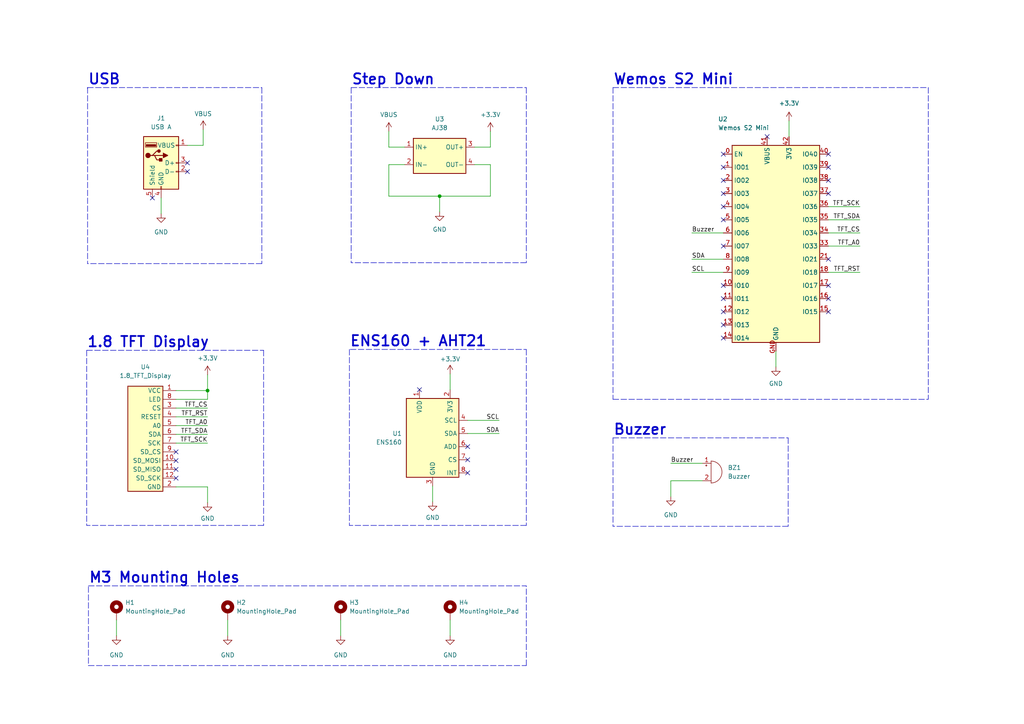
<source format=kicad_sch>
(kicad_sch (version 20230121) (generator eeschema)
  (paper "A4")
  (title_block (title "Air Quality Monitor") (date "2023-02-01") (rev "1.0"))
  (lib_symbols
    (symbol "1.8_TFT:1.8_TFT_Display"
      (property "Reference" "U?" (at 0 3.048 0))
      (property "Value" "1.8_TFT_Display" (at 0 0.508 0))
      (symbol "1.8_TFT_Display_1_1"
        (rectangle (start -5.08 -2.54) (end 5.08 -33.02) (stroke (width 0.254)) (fill (type background)))
        (pin passive line (at 8.89 -3.81 180) (length 3.81) (name "VCC") (number "1"))
        (pin passive line (at 8.89 -24.13 180) (length 3.81) (name "SD_MOSI") (number "10"))
        (pin passive line (at 8.89 -26.67 180) (length 3.81) (name "SD_MISO") (number "11"))
        (pin passive line (at 8.89 -29.21 180) (length 3.81) (name "SD_SCK") (number "12"))
        (pin passive line (at 8.89 -31.75 180) (length 3.81) (name "GND") (number "2"))
        (pin passive line (at 8.89 -8.89 180) (length 3.81) (name "CS") (number "3"))
        (pin passive line (at 8.89 -11.43 180) (length 3.81) (name "RESET") (number "4"))
        (pin passive line (at 8.89 -13.97 180) (length 3.81) (name "A0") (number "5"))
        (pin passive line (at 8.89 -16.51 180) (length 3.81) (name "SDA") (number "6"))
        (pin passive line (at 8.89 -19.05 180) (length 3.81) (name "SCK") (number "7"))
        (pin passive line (at 8.89 -6.35 180) (length 3.81) (name "LED") (number "8"))
        (pin passive line (at 8.89 -21.59 180) (length 3.81) (name "SD_CS") (number "9"))
      )
    )
    (symbol "AJ38:AJ38"
      (property "Reference" "U" (at 0 2.54 0))
      (property "Value" "AJ38" (at 0 0 0))
      (symbol "AJ38_0_1"
        (rectangle (start -7.62 -2.54) (end 7.62 -12.7) (stroke (width 0.254)) (fill (type background)))
      )
      (symbol "AJ38_1_1"
        (pin passive line (at -10.16 -5.08 0) (length 2.54) (name "IN+") (number "1"))
        (pin input line (at -10.16 -10.16 0) (length 2.54) (name "IN-") (number "2"))
        (pin power_out line (at 10.16 -5.08 180) (length 2.54) (name "OUT+") (number "3"))
        (pin passive line (at 10.16 -10.16 180) (length 2.54) (name "OUT-") (number "4"))
      )
    )
    (symbol "Connector:USB_A" (pin_names (offset 1.016))
      (property "Reference" "J" (at -5.08 11.43 0))
      (property "Value" "USB_A" (at -5.08 8.89 0))
      (symbol "USB_A_0_1"
        (rectangle (start -5.08 -7.62) (end 5.08 7.62) (stroke (width 0.254)) (fill (type background)))
        (circle (center -3.81 2.159) (radius 0.635) (stroke (width 0.254)) (fill (type outline)))
        (rectangle (start -1.524 4.826) (end -4.318 5.334) (fill (type outline)))
        (rectangle (start -1.27 4.572) (end -4.572 5.842))
        (circle (center -0.635 3.429) (radius 0.381) (stroke (width 0.254)) (fill (type outline)))
        (rectangle (start -0.127 -7.62) (end 0.127 -6.858))
        (polyline (pts (xy -3.175 2.159) (xy -2.54 2.159) (xy -1.27 3.429) (xy -0.635 3.429)) (stroke (width 0.254)))
        (polyline (pts (xy -2.54 2.159) (xy -1.905 2.159) (xy -1.27 0.889) (xy 0 0.889)) (stroke (width 0.254)))
        (polyline (pts (xy 0.635 2.794) (xy 0.635 1.524) (xy 1.905 2.159) (xy 0.635 2.794)) (stroke (width 0.254)) (fill (type outline)))
        (rectangle (start 0.254 1.27) (end -0.508 0.508) (stroke (width 0.254)) (fill (type outline)))
        (rectangle (start 5.08 -2.667) (end 4.318 -2.413))
        (rectangle (start 5.08 -0.127) (end 4.318 0.127))
        (rectangle (start 5.08 4.953) (end 4.318 5.207))
      )
      (symbol "USB_A_1_1"
        (polyline (pts (xy -1.905 2.159) (xy 0.635 2.159)) (stroke (width 0.254)))
        (pin power_in line (at 7.62 5.08 180) (length 2.54) (name "VBUS") (number "1"))
        (pin bidirectional line (at 7.62 -2.54 180) (length 2.54) (name "D-") (number "2"))
        (pin bidirectional line (at 7.62 0 180) (length 2.54) (name "D+") (number "3"))
        (pin power_in line (at 0 -10.16 90) (length 2.54) (name "GND") (number "4"))
        (pin passive line (at -2.54 -10.16 90) (length 2.54) (name "Shield") (number "5"))
      )
    )
    (symbol "Device:Buzzer" (pin_names (offset 0.0254) hide)
      (property "Reference" "BZ" (at 3.81 1.27 0))
      (property "Value" "Buzzer" (at 3.81 -1.27 0))
      (symbol "Buzzer_0_1"
        (arc (start 0 -3.175) (mid 3.1612 0) (end 0 3.175))
        (polyline (pts (xy -1.651 1.905) (xy -1.143 1.905)))
        (polyline (pts (xy -1.397 2.159) (xy -1.397 1.651)))
        (polyline (pts (xy 0 3.175) (xy 0 -3.175)))
      )
      (symbol "Buzzer_1_1"
        (pin passive line (at -2.54 2.54 0) (length 2.54) (name "-") (number "1"))
        (pin passive line (at -2.54 -2.54 0) (length 2.54) (name "+") (number "2"))
      )
    )
    (symbol "ENS160:ENS160"
      (property "Reference" "U" (at 0 2.54 0))
      (property "Value" "ENS160" (at 0 0 0))
      (symbol "ENS160_0_1"
        (rectangle (start -7.62 -3.81) (end 7.62 -26.67) (stroke (width 0.254)) (fill (type background)))
      )
      (symbol "ENS160_1_1"
        (pin passive line (at -3.81 -1.27 270) (length 2.54) (name "VDD") (number "1"))
        (pin passive line (at 5.08 -1.27 270) (length 2.54) (name "3V3") (number "2"))
        (pin power_in line (at 0 -29.21 90) (length 2.54) (name "GND") (number "3"))
        (pin output line (at 10.16 -10.16 180) (length 2.54) (name "SCL") (number "4"))
        (pin output line (at 10.16 -13.97 180) (length 2.54) (name "SDA") (number "5"))
        (pin output line (at 10.16 -17.78 180) (length 2.54) (name "ADD") (number "6"))
        (pin output line (at 10.16 -21.59 180) (length 2.54) (name "CS") (number "7"))
        (pin output line (at 10.16 -25.4 180) (length 2.54) (name "INT") (number "8"))
      )
    )
    (symbol "Mechanical:MountingHole_Pad" (pin_numbers hide) (pin_names (offset 1.016) hide)
      (property "Reference" "H" (at 0 6.35 0))
      (property "Value" "MountingHole_Pad" (at 0 4.445 0))
      (symbol "MountingHole_Pad_0_1"
        (circle (center 0 1.27) (radius 1.27) (stroke (width 1.27)))
      )
      (symbol "MountingHole_Pad_1_1"
        (pin input line (at 0 -2.54 90) (length 2.54) (name "1") (number "1"))
      )
    )
    (symbol "Wemos_S2_Mini:Wemos S2 Mini"
      (property "Reference" "U" (at 0 2.54 0))
      (property "Value" "Wemos S2 Mini" (at 0 0 0))
      (symbol "Wemos S2 Mini_0_1"
        (rectangle (start -12.7 -7.62) (end 12.7 -64.77) (stroke (width 0.254)) (fill (type background)))
      )
      (symbol "Wemos S2 Mini_1_1"
        (pin input line (at -15.24 -10.16 0) (length 2.54) (name "EN") (number "0"))
        (pin bidirectional line (at -15.24 -13.97 0) (length 2.54) (name "IO01") (number "1"))
        (pin bidirectional line (at -15.24 -48.26 0) (length 2.54) (name "IO10") (number "10"))
        (pin bidirectional line (at -15.24 -52.07 0) (length 2.54) (name "IO11") (number "11"))
        (pin bidirectional line (at -15.24 -55.88 0) (length 2.54) (name "IO12") (number "12"))
        (pin bidirectional line (at -15.24 -59.69 0) (length 2.54) (name "IO13") (number "13"))
        (pin bidirectional line (at -15.24 -63.5 0) (length 2.54) (name "IO14") (number "14"))
        (pin bidirectional line (at 15.24 -55.88 180) (length 2.54) (name "IO15") (number "15"))
        (pin bidirectional line (at 15.24 -52.07 180) (length 2.54) (name "IO16") (number "16"))
        (pin bidirectional line (at 15.24 -48.26 180) (length 2.54) (name "IO17") (number "17"))
        (pin bidirectional line (at 15.24 -44.45 180) (length 2.54) (name "IO18") (number "18"))
        (pin bidirectional line (at -15.24 -17.78 0) (length 2.54) (name "IO02") (number "2"))
        (pin bidirectional line (at 15.24 -40.64 180) (length 2.54) (name "IO21") (number "21"))
        (pin bidirectional line (at -15.24 -21.59 0) (length 2.54) (name "IO03") (number "3"))
        (pin bidirectional line (at 15.24 -36.83 180) (length 2.54) (name "IO33") (number "33"))
        (pin bidirectional line (at 15.24 -33.02 180) (length 2.54) (name "IO34") (number "34"))
        (pin bidirectional line (at 15.24 -29.21 180) (length 2.54) (name "IO35") (number "35"))
        (pin bidirectional line (at 15.24 -25.4 180) (length 2.54) (name "IO36") (number "36"))
        (pin bidirectional line (at 15.24 -21.59 180) (length 2.54) (name "IO37") (number "37"))
        (pin bidirectional line (at 15.24 -17.78 180) (length 2.54) (name "IO38") (number "38"))
        (pin bidirectional line (at 15.24 -13.97 180) (length 2.54) (name "IO39") (number "39"))
        (pin bidirectional line (at -15.24 -25.4 0) (length 2.54) (name "IO04") (number "4"))
        (pin bidirectional line (at 15.24 -10.16 180) (length 2.54) (name "IO40") (number "40"))
        (pin power_in line (at -2.54 -5.08 270) (length 2.54) (name "VBUS") (number "41"))
        (pin power_in line (at 3.81 -5.08 270) (length 2.54) (name "3V3") (number "42"))
        (pin bidirectional line (at -15.24 -29.21 0) (length 2.54) (name "IO05") (number "5"))
        (pin bidirectional line (at -15.24 -33.02 0) (length 2.54) (name "IO06") (number "6"))
        (pin bidirectional line (at -15.24 -36.83 0) (length 2.54) (name "IO07") (number "7"))
        (pin bidirectional line (at -15.24 -40.64 0) (length 2.54) (name "IO08") (number "8"))
        (pin bidirectional line (at -15.24 -44.45 0) (length 2.54) (name "IO09") (number "9"))
        (pin power_in line (at 0 -67.31 90) (length 2.54) (name "GND") (number "GND"))
      )
    )
    (symbol "power:+3.3V" (power) (pin_names (offset 0))
      (property "Value" "+3.3V" (at 0 3.556 0))
      (symbol "+3.3V_0_1"
        (polyline (pts (xy -0.762 1.27) (xy 0 2.54)))
        (polyline (pts (xy 0 0) (xy 0 2.54)))
        (polyline (pts (xy 0 2.54) (xy 0.762 1.27)))
      )
      (symbol "+3.3V_1_1"
        (pin power_in line (at 0 0 90) (length 0) hide (name "+3.3V") (number "1"))
      )
    )
    (symbol "power:GND" (power) (pin_names (offset 0))
      (property "Value" "GND" (at 0 -3.81 0))
      (symbol "GND_0_1"
        (polyline (pts (xy 0 0) (xy 0 -1.27) (xy 1.27 -1.27) (xy 0 -2.54) (xy -1.27 -1.27) (xy 0 -1.27)))
      )
      (symbol "GND_1_1"
        (pin power_in line (at 0 0 270) (length 0) hide (name "GND") (number "1"))
      )
    )
    (symbol "power:VBUS" (power) (pin_names (offset 0))
      (property "Value" "VBUS" (at 0 3.81 0))
      (symbol "VBUS_0_1"
        (polyline (pts (xy -0.762 1.27) (xy 0 2.54)))
        (polyline (pts (xy 0 0) (xy 0 2.54)))
        (polyline (pts (xy 0 2.54) (xy 0.762 1.27)))
      )
      (symbol "VBUS_1_1"
        (pin power_in line (at 0 0 90) (length 0) hide (name "VBUS") (number "1"))
      )
    )
  )
  (junction (at 60.198 113.284))
  (junction (at 127.508 56.896))
  (no_connect (at 209.804 44.704))
  (no_connect (at 209.804 48.514))
  (no_connect (at 209.804 52.324))
  (no_connect (at 209.804 59.944))
  (no_connect (at 209.804 63.754))
  (no_connect (at 209.804 71.374))
  (no_connect (at 209.804 82.804))
  (no_connect (at 209.804 86.614))
  (no_connect (at 209.804 90.424))
  (no_connect (at 209.804 94.234))
  (no_connect (at 240.284 90.424))
  (no_connect (at 209.804 56.134))
  (no_connect (at 51.054 138.684))
  (no_connect (at 51.054 136.144))
  (no_connect (at 51.054 133.604))
  (no_connect (at 51.054 131.064))
  (no_connect (at 44.196 57.404))
  (no_connect (at 54.356 47.244))
  (no_connect (at 54.356 49.784))
  (no_connect (at 209.804 98.044))
  (no_connect (at 222.504 39.624))
  (no_connect (at 240.284 44.704))
  (no_connect (at 240.284 82.804))
  (no_connect (at 240.284 86.614))
  (no_connect (at 240.284 75.184))
  (no_connect (at 240.284 56.134))
  (no_connect (at 240.284 52.324))
  (no_connect (at 240.284 48.514))
  (no_connect (at 135.636 133.35))
  (no_connect (at 135.636 137.16))
  (no_connect (at 135.636 129.54))
  (no_connect (at 121.666 113.03))
  (polyline (pts (xy 177.8 115.824) (xy 213.868 115.824)) (stroke (width 0) (type dash)))
  (polyline (pts (xy 25.4 25.4) (xy 25.4 76.454)) (stroke (width 0) (type dash)))
  (wire (pts (xy 112.776 38.1) (xy 112.776 42.672)))
  (polyline (pts (xy 101.854 25.4) (xy 101.854 76.2)) (stroke (width 0) (type dash)))
  (polyline (pts (xy 152.654 76.2) (xy 101.854 76.2)) (stroke (width 0) (type dash)))
  (wire (pts (xy 98.806 179.832) (xy 98.806 184.404)))
  (wire (pts (xy 60.198 113.284) (xy 60.198 115.824)))
  (wire (pts (xy 130.556 108.458) (xy 130.556 113.03)))
  (polyline (pts (xy 101.854 25.4) (xy 152.654 25.4)) (stroke (width 0) (type dash)))
  (polyline (pts (xy 75.946 25.4) (xy 75.946 76.454)) (stroke (width 0) (type dash)))
  (polyline (pts (xy 228.6 152.654) (xy 177.8 152.654)) (stroke (width 0) (type dash)))
  (wire (pts (xy 135.636 121.92) (xy 144.78 121.92)))
  (wire (pts (xy 200.66 75.184) (xy 209.804 75.184)))
  (polyline (pts (xy 152.654 25.4) (xy 152.654 76.2)) (stroke (width 0) (type dash)))
  (wire (pts (xy 58.928 42.164) (xy 54.356 42.164)))
  (wire (pts (xy 60.198 113.284) (xy 60.198 108.712)))
  (polyline (pts (xy 25.654 170.18) (xy 25.654 193.04)) (stroke (width 0) (type dash)))
  (polyline (pts (xy 25.654 169.926) (xy 152.654 169.9259)) (stroke (width 0) (type dash)))
  (wire (pts (xy 51.054 115.824) (xy 60.198 115.824)))
  (wire (pts (xy 66.04 184.404) (xy 66.04 179.832)))
  (polyline (pts (xy 269.24 25.4) (xy 269.24 115.824)) (stroke (width 0) (type dash)))
  (polyline (pts (xy 76.454 101.6) (xy 76.454 152.4)) (stroke (width 0) (type dash)))
  (polyline (pts (xy 25.4 25.4) (xy 25.4 25.654)))
  (wire (pts (xy 127.508 56.896) (xy 127.508 61.468)))
  (wire (pts (xy 33.782 184.404) (xy 33.782 179.832)))
  (wire (pts (xy 135.636 125.73) (xy 144.78 125.73)))
  (wire (pts (xy 225.044 106.426) (xy 225.044 101.854)))
  (wire (pts (xy 228.854 39.624) (xy 228.854 35.052)))
  (wire (pts (xy 51.054 128.524) (xy 60.198 128.524)))
  (wire (pts (xy 117.348 42.672) (xy 112.776 42.672)))
  (wire (pts (xy 194.564 139.446) (xy 203.708 139.446)))
  (polyline (pts (xy 25.146 101.6) (xy 25.146 152.4)) (stroke (width 0) (type dash)))
  (polyline (pts (xy 101.346 101.346) (xy 101.346 152.4)) (stroke (width 0) (type dash)))
  (wire (pts (xy 125.476 140.97) (xy 125.476 145.542)))
  (polyline (pts (xy 101.6 101.346) (xy 152.654 101.346)) (stroke (width 0) (type dash)))
  (wire (pts (xy 194.564 144.018) (xy 194.564 139.446)))
  (wire (pts (xy 51.054 125.984) (xy 60.198 125.984)))
  (wire (pts (xy 142.24 47.752) (xy 137.668 47.752)))
  (wire (pts (xy 240.284 71.374) (xy 249.428 71.374)))
  (wire (pts (xy 240.284 67.564) (xy 249.428 67.564)))
  (polyline (pts (xy 213.868 115.824) (xy 269.24 115.824)) (stroke (width 0) (type dash)))
  (wire (pts (xy 200.66 78.994) (xy 209.804 78.994)))
  (wire (pts (xy 112.776 47.752) (xy 112.776 56.896)))
  (wire (pts (xy 142.24 47.752) (xy 142.24 56.896)))
  (wire (pts (xy 60.198 145.796) (xy 60.198 141.224)))
  (polyline (pts (xy 177.8 25.4) (xy 177.8 115.824)) (stroke (width 0) (type dash)))
  (wire (pts (xy 51.054 141.224) (xy 60.198 141.224)))
  (wire (pts (xy 240.284 63.754) (xy 249.428 63.754)))
  (polyline (pts (xy 177.8 25.4) (xy 269.24 25.4)) (stroke (width 0) (type dash)))
  (wire (pts (xy 142.24 42.672) (xy 137.668 42.672)))
  (wire (pts (xy 51.054 120.904) (xy 60.198 120.904)))
  (wire (pts (xy 58.928 42.164) (xy 58.928 37.592)))
  (polyline (pts (xy 152.654 152.4) (xy 101.346 152.4)) (stroke (width 0) (type dash)))
  (polyline (pts (xy 76.454 152.4) (xy 25.146 152.4)) (stroke (width 0) (type dash)))
  (wire (pts (xy 240.284 78.994) (xy 249.428 78.994)))
  (wire (pts (xy 51.054 123.444) (xy 60.198 123.444)))
  (polyline (pts (xy 228.6 127) (xy 228.6 152.654)) (stroke (width 0) (type dash)))
  (wire (pts (xy 127.508 56.896) (xy 142.24 56.896)))
  (polyline (pts (xy 177.8 127) (xy 177.8 152.654)) (stroke (width 0) (type dash)))
  (wire (pts (xy 46.736 61.976) (xy 46.736 57.404)))
  (polyline (pts (xy 152.654 193.04) (xy 152.654 169.9259)) (stroke (width 0) (type dash)))
  (wire (pts (xy 117.348 47.752) (xy 112.776 47.752)))
  (polyline (pts (xy 152.654 101.346) (xy 152.654 152.4)) (stroke (width 0) (type dash)))
  (polyline (pts (xy 25.4 25.4) (xy 75.946 25.4)) (stroke (width 0) (type dash)))
  (wire (pts (xy 200.66 67.564) (xy 209.804 67.564)))
  (wire (pts (xy 142.24 38.1) (xy 142.24 42.672)))
  (wire (pts (xy 112.776 56.896) (xy 127.508 56.896)))
  (wire (pts (xy 240.284 59.944) (xy 249.428 59.944)))
  (polyline (pts (xy 25.654 193.04) (xy 152.654 193.04)) (stroke (width 0) (type dash)))
  (polyline (pts (xy 75.946 76.454) (xy 25.4 76.454)) (stroke (width 0) (type dash)))
  (wire (pts (xy 51.054 113.284) (xy 60.198 113.284)))
  (wire (pts (xy 194.564 134.366) (xy 203.708 134.366)))
  (wire (pts (xy 51.054 118.364) (xy 60.198 118.364)))
  (polyline (pts (xy 25.146 101.6) (xy 76.454 101.6)) (stroke (width 0) (type dash)))
  (wire (pts (xy 130.556 179.832) (xy 130.556 184.404)))
  (polyline (pts (xy 177.8 127) (xy 228.6 127)) (stroke (width 0) (type dash)))
  (text "Buzzer" (at 177.8 126.492 0) (effects (font (size 3 3) (thickness 0.508) bold) (justify left bottom)))
  (text "1.8 TFT Display" (at 25.146 101.092 0) (effects (font (size 3 3) (thickness 0.508) bold) (justify left bottom)))
  (text "Wemos S2 Mini" (at 177.8 24.892 0) (effects (font (size 3 3) (thickness 0.508) bold) (justify left bottom)))
  (text "Step Down" (at 101.854 24.892 0) (effects (font (size 3 3) (thickness 0.508) bold) (justify left bottom)))
  (text "ENS160 + AHT21" (at 101.346 100.838 0) (effects (font (size 3 3) (thickness 0.508) bold) (justify left bottom)))
  (text "M3 Mounting Holes" (at 25.654 169.418 0) (effects (font (size 3 3) (thickness 0.508) bold) (justify left bottom)))
  (text "USB " (at 25.4 24.892 0) (effects (font (size 3 3) (thickness 0.508) bold) (justify left bottom)))
  (label "TFT_SCK" (at 249.428 59.944 180))
  (label "TFT_CS" (at 249.428 67.564 180))
  (label "TFT_RST" (at 60.198 120.904 180))
  (label "TFT_SDA" (at 60.198 125.984 180))
  (label "SCL" (at 200.66 78.994 0))
  (label "Buzzer" (at 200.66 67.564 0))
  (label "TFT_SCK" (at 60.198 128.524 180))
  (label "SCL" (at 144.78 121.92 180))
  (label "TFT_RST" (at 249.428 78.994 180))
  (label "SDA" (at 200.66 75.184 0))
  (label "Buzzer" (at 194.564 134.366 0))
  (label "SDA" (at 144.78 125.73 180))
  (label "TFT_A0" (at 249.428 71.374 180))
  (label "TFT_A0" (at 60.198 123.444 180))
  (label "TFT_CS" (at 60.198 118.364 180))
  (label "TFT_SDA" (at 249.428 63.754 180))
  (symbol (lib_id "Mechanical:MountingHole_Pad") (at 130.556 177.292 0) (unit 1)
    (property "Reference" "H4" (at 133.096 174.7519 0) (effects (justify left)))
    (property "Value" "MountingHole_Pad" (at 133.096 177.2919 0) (effects (justify left)))
    (property "Footprint" "MountingHole:MountingHole_3.2mm_M3_Pad_Via" (effects hide))
  )
  (symbol (lib_id "power:GND") (at 194.564 144.018 0) (unit 1)
    (property "Reference" "#PWR08" (effects hide))
    (property "Value" "GND" (at 194.564 149.352 0))
  )
  (symbol (lib_id "power:GND") (at 33.782 184.404 0) (unit 1)
    (property "Reference" "#PWR01" (effects hide))
    (property "Value" "GND" (at 33.782 189.992 0))
  )
  (symbol (lib_id "Mechanical:MountingHole_Pad") (at 98.806 177.292 0) (unit 1)
    (property "Reference" "H3" (at 101.346 174.7519 0) (effects (justify left)))
    (property "Value" "MountingHole_Pad" (at 101.346 177.2919 0) (effects (justify left)))
    (property "Footprint" "MountingHole:MountingHole_3.2mm_M3_Pad_Via" (effects hide))
  )
  (symbol (lib_id "AJ38:AJ38") (at 127.508 37.592 0) (unit 1)
    (property "Reference" "U3" (at 127.508 34.544 0))
    (property "Value" "AJ38" (at 127.508 37.084 0))
    (property "Footprint" "AJ38:AJ38" (effects hide))
  )
  (symbol (lib_id "power:VBUS") (at 112.776 38.1 0) (unit 1)
    (property "Reference" "#PWR012" (effects hide))
    (property "Value" "VBUS" (at 112.776 33.274 0))
  )
  (symbol (lib_id "power:GND") (at 66.04 184.404 0) (unit 1)
    (property "Reference" "#PWR02" (effects hide))
    (property "Value" "GND" (at 66.04 189.992 0))
  )
  (symbol (lib_id "power:+3.3V") (at 228.854 35.052 0) (unit 1)
    (property "Reference" "#PWR011" (effects hide))
    (property "Value" "+3.3V" (at 228.854 29.972 0))
  )
  (symbol (lib_id "power:GND") (at 130.556 184.404 0) (unit 1)
    (property "Reference" "#PWR06" (effects hide))
    (property "Value" "GND" (at 130.556 189.992 0))
  )
  (symbol (lib_id "Mechanical:MountingHole_Pad") (at 66.04 177.292 0) (unit 1)
    (property "Reference" "H2" (at 68.58 174.7519 0) (effects (justify left)))
    (property "Value" "MountingHole_Pad" (at 68.58 177.2919 0) (effects (justify left)))
    (property "Footprint" "MountingHole:MountingHole_3.2mm_M3_Pad_Via" (effects hide))
  )
  (symbol (lib_id "Mechanical:MountingHole_Pad") (at 33.782 177.292 0) (unit 1)
    (property "Reference" "H1" (at 36.322 174.7519 0) (effects (justify left)))
    (property "Value" "MountingHole_Pad" (at 36.322 177.2919 0) (effects (justify left)))
    (property "Footprint" "MountingHole:MountingHole_3.2mm_M3_Pad_Via" (effects hide))
  )
  (symbol (lib_id "power:VBUS") (at 58.928 37.592 0) (unit 1)
    (property "Reference" "#PWR04" (effects hide))
    (property "Value" "VBUS" (at 58.928 33.02 0))
  )
  (symbol (lib_id "power:GND") (at 225.044 106.426 0) (unit 1)
    (property "Reference" "#PWR010" (effects hide))
    (property "Value" "GND" (at 225.044 111.252 0))
  )
  (symbol (lib_id "power:+3.3V") (at 60.198 108.712 0) (unit 1)
    (property "Reference" "#PWR014" (effects hide))
    (property "Value" "+3.3V" (at 60.198 103.886 0))
  )
  (symbol (lib_id "ENS160:ENS160") (at 125.476 111.76 0) (unit 1)
    (property "Reference" "U1" (at 116.586 125.7299 0) (effects (justify right)))
    (property "Value" "ENS160" (at 116.586 128.2699 0) (effects (justify right)))
    (property "Footprint" "ENS160:ENS160" (effects hide))
  )
  (symbol (lib_id "Connector:USB_A") (at 46.736 47.244 0) (unit 1)
    (property "Reference" "J1" (at 46.736 34.29 0))
    (property "Value" "USB A" (at 46.736 36.83 0))
    (property "Footprint" "Connector_USB:USB_A_CONNFLY_DS1095-WNR0" (effects hide))
    (property "Datasheet" " ~" (effects hide))
  )
  (symbol (lib_id "power:GND") (at 98.806 184.404 0) (unit 1)
    (property "Reference" "#PWR05" (effects hide))
    (property "Value" "GND" (at 98.806 189.992 0))
  )
  (symbol (lib_id "Device:Buzzer") (at 206.248 136.906 0) (unit 1)
    (property "Reference" "BZ1" (at 211.074 135.6359 0) (effects (justify left)))
    (property "Value" "Buzzer" (at 211.074 138.1759 0) (effects (justify left)))
    (property "Footprint" "Buzzer_Beeper:Buzzer_12x9.5RM7.6" (effects hide))
  )
  (symbol (lib_id "power:GND") (at 60.198 145.796 0) (unit 1)
    (property "Reference" "#PWR015" (effects hide))
    (property "Value" "GND" (at 60.198 150.368 0))
  )
  (symbol (lib_id "power:+3.3V") (at 142.24 38.1 0) (unit 1)
    (property "Reference" "#PWR016" (effects hide))
    (property "Value" "+3.3V" (at 142.24 33.274 0))
  )
  (symbol (lib_id "power:+3.3V") (at 130.556 108.458 0) (unit 1)
    (property "Reference" "#PWR09" (effects hide))
    (property "Value" "+3.3V" (at 130.556 104.14 0))
  )
  (symbol (lib_id "Wemos_S2_Mini:Wemos S2 Mini") (at 225.044 34.544 0) (unit 1)
    (property "Reference" "U2" (at 208.28 34.544 0) (effects (justify left)))
    (property "Value" "Wemos S2 Mini" (at 208.28 37.084 0) (effects (justify left)))
    (property "Footprint" "Wemos_S2_Mini:Wemos S2 Mini" (effects hide))
  )
  (symbol (lib_id "power:GND") (at 46.736 61.976 0) (unit 1)
    (property "Reference" "#PWR03" (effects hide))
    (property "Value" "GND" (at 46.736 67.31 0))
  )
  (symbol (lib_id "power:GND") (at 127.508 61.468 0) (unit 1)
    (property "Reference" "#PWR013" (effects hide))
    (property "Value" "GND" (at 127.508 66.548 0))
  )
  (symbol (lib_id "1.8_TFT:1.8_TFT_Display") (at 42.164 109.474 0) (unit 1)
    (property "Reference" "U4" (at 42.164 106.426 0))
    (property "Value" "1.8_TFT_Display" (at 42.164 108.966 0))
    (property "Footprint" "1.8_TFT:1.8 TFT Display" (effects hide))
  )
  (symbol (lib_id "power:GND") (at 125.476 145.542 0) (unit 1)
    (property "Reference" "#PWR07" (effects hide))
    (property "Value" "GND" (at 125.476 150.114 0))
  )
)
</source>
